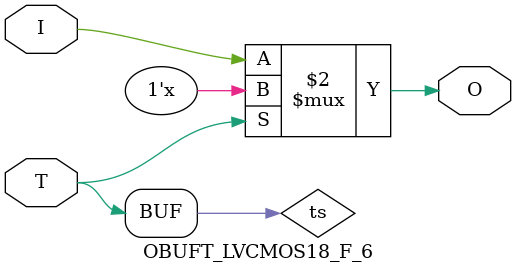
<source format=v>

/*

FUNCTION    : TRI-STATE OUTPUT BUFFER

*/

`celldefine
`timescale  100 ps / 10 ps

module OBUFT_LVCMOS18_F_6 (O, I, T);

    output O;

    input  I, T;

    or O1 (ts, 1'b0, T);
    bufif0 T1 (O, I, ts);

endmodule

</source>
